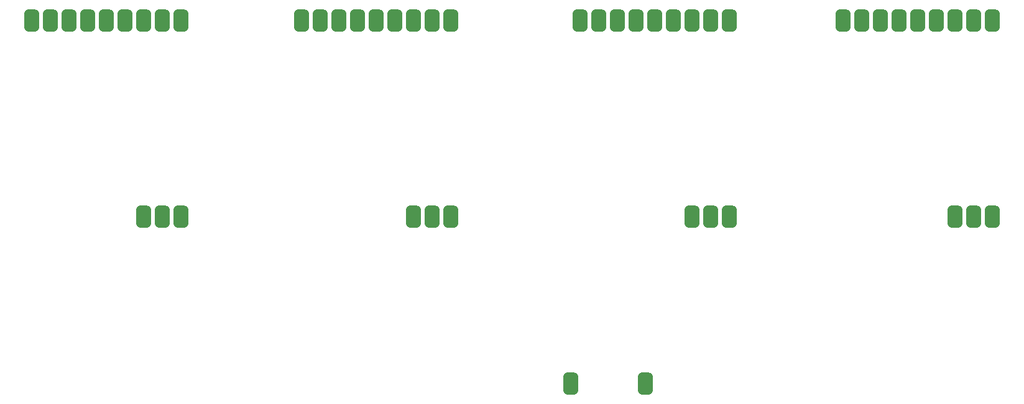
<source format=gbr>
%TF.GenerationSoftware,KiCad,Pcbnew,(6.0.7)*%
%TF.CreationDate,2022-10-02T12:09:57-05:00*%
%TF.ProjectId,PidflightLapV2,50696466-6c69-4676-9874-4c617056322e,1.0*%
%TF.SameCoordinates,Original*%
%TF.FileFunction,Paste,Top*%
%TF.FilePolarity,Positive*%
%FSLAX46Y46*%
G04 Gerber Fmt 4.6, Leading zero omitted, Abs format (unit mm)*
G04 Created by KiCad (PCBNEW (6.0.7)) date 2022-10-02 12:09:57*
%MOMM*%
%LPD*%
G01*
G04 APERTURE LIST*
G04 Aperture macros list*
%AMRoundRect*
0 Rectangle with rounded corners*
0 $1 Rounding radius*
0 $2 $3 $4 $5 $6 $7 $8 $9 X,Y pos of 4 corners*
0 Add a 4 corners polygon primitive as box body*
4,1,4,$2,$3,$4,$5,$6,$7,$8,$9,$2,$3,0*
0 Add four circle primitives for the rounded corners*
1,1,$1+$1,$2,$3*
1,1,$1+$1,$4,$5*
1,1,$1+$1,$6,$7*
1,1,$1+$1,$8,$9*
0 Add four rect primitives between the rounded corners*
20,1,$1+$1,$2,$3,$4,$5,0*
20,1,$1+$1,$4,$5,$6,$7,0*
20,1,$1+$1,$6,$7,$8,$9,0*
20,1,$1+$1,$8,$9,$2,$3,0*%
G04 Aperture macros list end*
%ADD10RoundRect,0.500000X0.500000X-1.000000X0.500000X1.000000X-0.500000X1.000000X-0.500000X-1.000000X0*%
G04 APERTURE END LIST*
D10*
%TO.C,SW1*%
X104394000Y-153416000D03*
X114554000Y-153416000D03*
%TD*%
%TO.C,U6*%
X105664000Y-103886000D03*
X108204000Y-103886000D03*
X110744000Y-103886000D03*
X113284000Y-103886000D03*
X115824000Y-103886000D03*
X118364000Y-103886000D03*
X120904000Y-103886000D03*
X123444000Y-103886000D03*
X125984000Y-103886000D03*
X125984000Y-130686000D03*
X123444000Y-130686000D03*
X120904000Y-130686000D03*
%TD*%
%TO.C,U2*%
X30974000Y-103886000D03*
X33514000Y-103886000D03*
X36054000Y-103886000D03*
X38594000Y-103886000D03*
X41134000Y-103886000D03*
X43674000Y-103886000D03*
X46214000Y-103886000D03*
X48754000Y-103886000D03*
X51294000Y-103886000D03*
X51294000Y-130686000D03*
X48754000Y-130686000D03*
X46214000Y-130686000D03*
%TD*%
%TO.C,U8*%
X141464000Y-103886000D03*
X144004000Y-103886000D03*
X146544000Y-103886000D03*
X149084000Y-103886000D03*
X151624000Y-103886000D03*
X154164000Y-103886000D03*
X156704000Y-103886000D03*
X159244000Y-103886000D03*
X161784000Y-103886000D03*
X161784000Y-130686000D03*
X159244000Y-130686000D03*
X156704000Y-130686000D03*
%TD*%
%TO.C,U4*%
X67724000Y-103886000D03*
X70264000Y-103886000D03*
X72804000Y-103886000D03*
X75344000Y-103886000D03*
X77884000Y-103886000D03*
X80424000Y-103886000D03*
X82964000Y-103886000D03*
X85504000Y-103886000D03*
X88044000Y-103886000D03*
X88044000Y-130686000D03*
X85504000Y-130686000D03*
X82964000Y-130686000D03*
%TD*%
M02*

</source>
